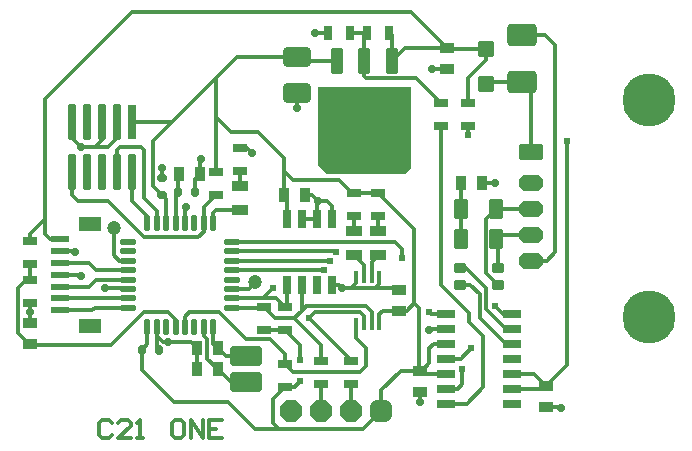
<source format=gtl>
G04 Layer_Physical_Order=1*
G04 Layer_Color=255*
%FSLAX25Y25*%
%MOIN*%
G70*
G01*
G75*
G04:AMPARAMS|DCode=10|XSize=49.21mil|YSize=27.56mil|CornerRadius=2.76mil|HoleSize=0mil|Usage=FLASHONLY|Rotation=180.000|XOffset=0mil|YOffset=0mil|HoleType=Round|Shape=RoundedRectangle|*
%AMROUNDEDRECTD10*
21,1,0.04921,0.02205,0,0,180.0*
21,1,0.04370,0.02756,0,0,180.0*
1,1,0.00551,-0.02185,0.01102*
1,1,0.00551,0.02185,0.01102*
1,1,0.00551,0.02185,-0.01102*
1,1,0.00551,-0.02185,-0.01102*
%
%ADD10ROUNDEDRECTD10*%
G04:AMPARAMS|DCode=11|XSize=55.12mil|YSize=51.18mil|CornerRadius=5.12mil|HoleSize=0mil|Usage=FLASHONLY|Rotation=0.000|XOffset=0mil|YOffset=0mil|HoleType=Round|Shape=RoundedRectangle|*
%AMROUNDEDRECTD11*
21,1,0.05512,0.04095,0,0,0.0*
21,1,0.04488,0.05118,0,0,0.0*
1,1,0.01024,0.02244,-0.02047*
1,1,0.01024,-0.02244,-0.02047*
1,1,0.01024,-0.02244,0.02047*
1,1,0.01024,0.02244,0.02047*
%
%ADD11ROUNDEDRECTD11*%
G04:AMPARAMS|DCode=12|XSize=49.21mil|YSize=31.5mil|CornerRadius=3.15mil|HoleSize=0mil|Usage=FLASHONLY|Rotation=180.000|XOffset=0mil|YOffset=0mil|HoleType=Round|Shape=RoundedRectangle|*
%AMROUNDEDRECTD12*
21,1,0.04921,0.02520,0,0,180.0*
21,1,0.04291,0.03150,0,0,180.0*
1,1,0.00630,-0.02146,0.01260*
1,1,0.00630,0.02146,0.01260*
1,1,0.00630,0.02146,-0.01260*
1,1,0.00630,-0.02146,-0.01260*
%
%ADD12ROUNDEDRECTD12*%
%ADD13R,0.02756X0.11811*%
G04:AMPARAMS|DCode=14|XSize=27.56mil|YSize=118.11mil|CornerRadius=4.13mil|HoleSize=0mil|Usage=FLASHONLY|Rotation=180.000|XOffset=0mil|YOffset=0mil|HoleType=Round|Shape=RoundedRectangle|*
%AMROUNDEDRECTD14*
21,1,0.02756,0.10984,0,0,180.0*
21,1,0.01929,0.11811,0,0,180.0*
1,1,0.00827,-0.00965,0.05492*
1,1,0.00827,0.00965,0.05492*
1,1,0.00827,0.00965,-0.05492*
1,1,0.00827,-0.00965,-0.05492*
%
%ADD14ROUNDEDRECTD14*%
G04:AMPARAMS|DCode=15|XSize=37.4mil|YSize=86.61mil|CornerRadius=3.74mil|HoleSize=0mil|Usage=FLASHONLY|Rotation=0.000|XOffset=0mil|YOffset=0mil|HoleType=Round|Shape=RoundedRectangle|*
%AMROUNDEDRECTD15*
21,1,0.03740,0.07913,0,0,0.0*
21,1,0.02992,0.08661,0,0,0.0*
1,1,0.00748,0.01496,-0.03957*
1,1,0.00748,-0.01496,-0.03957*
1,1,0.00748,-0.01496,0.03957*
1,1,0.00748,0.01496,0.03957*
%
%ADD15ROUNDEDRECTD15*%
G04:AMPARAMS|DCode=16|XSize=129.92mil|YSize=94.49mil|CornerRadius=9.45mil|HoleSize=0mil|Usage=FLASHONLY|Rotation=0.000|XOffset=0mil|YOffset=0mil|HoleType=Round|Shape=RoundedRectangle|*
%AMROUNDEDRECTD16*
21,1,0.12992,0.07559,0,0,0.0*
21,1,0.11102,0.09449,0,0,0.0*
1,1,0.01890,0.05551,-0.03780*
1,1,0.01890,-0.05551,-0.03780*
1,1,0.01890,-0.05551,0.03780*
1,1,0.01890,0.05551,0.03780*
%
%ADD16ROUNDEDRECTD16*%
G04:AMPARAMS|DCode=17|XSize=90.55mil|YSize=64.96mil|CornerRadius=9.74mil|HoleSize=0mil|Usage=FLASHONLY|Rotation=0.000|XOffset=0mil|YOffset=0mil|HoleType=Round|Shape=RoundedRectangle|*
%AMROUNDEDRECTD17*
21,1,0.09055,0.04547,0,0,0.0*
21,1,0.07106,0.06496,0,0,0.0*
1,1,0.01949,0.03553,-0.02274*
1,1,0.01949,-0.03553,-0.02274*
1,1,0.01949,-0.03553,0.02274*
1,1,0.01949,0.03553,0.02274*
%
%ADD17ROUNDEDRECTD17*%
G04:AMPARAMS|DCode=18|XSize=49.21mil|YSize=27.56mil|CornerRadius=2.76mil|HoleSize=0mil|Usage=FLASHONLY|Rotation=90.000|XOffset=0mil|YOffset=0mil|HoleType=Round|Shape=RoundedRectangle|*
%AMROUNDEDRECTD18*
21,1,0.04921,0.02205,0,0,90.0*
21,1,0.04370,0.02756,0,0,90.0*
1,1,0.00551,0.01102,0.02185*
1,1,0.00551,0.01102,-0.02185*
1,1,0.00551,-0.01102,-0.02185*
1,1,0.00551,-0.01102,0.02185*
%
%ADD18ROUNDEDRECTD18*%
G04:AMPARAMS|DCode=19|XSize=74.8mil|YSize=98.42mil|CornerRadius=11.22mil|HoleSize=0mil|Usage=FLASHONLY|Rotation=270.000|XOffset=0mil|YOffset=0mil|HoleType=Round|Shape=RoundedRectangle|*
%AMROUNDEDRECTD19*
21,1,0.07480,0.07598,0,0,270.0*
21,1,0.05236,0.09842,0,0,270.0*
1,1,0.02244,-0.03799,-0.02618*
1,1,0.02244,-0.03799,0.02618*
1,1,0.02244,0.03799,0.02618*
1,1,0.02244,0.03799,-0.02618*
%
%ADD19ROUNDEDRECTD19*%
G04:AMPARAMS|DCode=20|XSize=19.68mil|YSize=51.18mil|CornerRadius=4.92mil|HoleSize=0mil|Usage=FLASHONLY|Rotation=0.000|XOffset=0mil|YOffset=0mil|HoleType=Round|Shape=RoundedRectangle|*
%AMROUNDEDRECTD20*
21,1,0.01968,0.04134,0,0,0.0*
21,1,0.00984,0.05118,0,0,0.0*
1,1,0.00984,0.00492,-0.02067*
1,1,0.00984,-0.00492,-0.02067*
1,1,0.00984,-0.00492,0.02067*
1,1,0.00984,0.00492,0.02067*
%
%ADD20ROUNDEDRECTD20*%
G04:AMPARAMS|DCode=21|XSize=19.68mil|YSize=51.18mil|CornerRadius=4.92mil|HoleSize=0mil|Usage=FLASHONLY|Rotation=90.000|XOffset=0mil|YOffset=0mil|HoleType=Round|Shape=RoundedRectangle|*
%AMROUNDEDRECTD21*
21,1,0.01968,0.04134,0,0,90.0*
21,1,0.00984,0.05118,0,0,90.0*
1,1,0.00984,0.02067,0.00492*
1,1,0.00984,0.02067,-0.00492*
1,1,0.00984,-0.02067,-0.00492*
1,1,0.00984,-0.02067,0.00492*
%
%ADD21ROUNDEDRECTD21*%
G04:AMPARAMS|DCode=22|XSize=49.21mil|YSize=31.5mil|CornerRadius=3.15mil|HoleSize=0mil|Usage=FLASHONLY|Rotation=270.000|XOffset=0mil|YOffset=0mil|HoleType=Round|Shape=RoundedRectangle|*
%AMROUNDEDRECTD22*
21,1,0.04921,0.02520,0,0,270.0*
21,1,0.04291,0.03150,0,0,270.0*
1,1,0.00630,-0.01260,-0.02146*
1,1,0.00630,-0.01260,0.02146*
1,1,0.00630,0.01260,0.02146*
1,1,0.00630,0.01260,-0.02146*
%
%ADD22ROUNDEDRECTD22*%
G04:AMPARAMS|DCode=23|XSize=106.3mil|YSize=66.93mil|CornerRadius=6.69mil|HoleSize=0mil|Usage=FLASHONLY|Rotation=0.000|XOffset=0mil|YOffset=0mil|HoleType=Round|Shape=RoundedRectangle|*
%AMROUNDEDRECTD23*
21,1,0.10630,0.05354,0,0,0.0*
21,1,0.09291,0.06693,0,0,0.0*
1,1,0.01339,0.04646,-0.02677*
1,1,0.01339,-0.04646,-0.02677*
1,1,0.01339,-0.04646,0.02677*
1,1,0.01339,0.04646,0.02677*
%
%ADD23ROUNDEDRECTD23*%
G04:AMPARAMS|DCode=24|XSize=31.5mil|YSize=25.59mil|CornerRadius=6.4mil|HoleSize=0mil|Usage=FLASHONLY|Rotation=0.000|XOffset=0mil|YOffset=0mil|HoleType=Round|Shape=RoundedRectangle|*
%AMROUNDEDRECTD24*
21,1,0.03150,0.01279,0,0,0.0*
21,1,0.01870,0.02559,0,0,0.0*
1,1,0.01279,0.00935,-0.00640*
1,1,0.01279,-0.00935,-0.00640*
1,1,0.01279,-0.00935,0.00640*
1,1,0.01279,0.00935,0.00640*
%
%ADD24ROUNDEDRECTD24*%
G04:AMPARAMS|DCode=25|XSize=23.62mil|YSize=62.99mil|CornerRadius=2.36mil|HoleSize=0mil|Usage=FLASHONLY|Rotation=180.000|XOffset=0mil|YOffset=0mil|HoleType=Round|Shape=RoundedRectangle|*
%AMROUNDEDRECTD25*
21,1,0.02362,0.05827,0,0,180.0*
21,1,0.01890,0.06299,0,0,180.0*
1,1,0.00472,-0.00945,0.02913*
1,1,0.00472,0.00945,0.02913*
1,1,0.00472,0.00945,-0.02913*
1,1,0.00472,-0.00945,-0.02913*
%
%ADD25ROUNDEDRECTD25*%
G04:AMPARAMS|DCode=26|XSize=31.5mil|YSize=25.59mil|CornerRadius=6.4mil|HoleSize=0mil|Usage=FLASHONLY|Rotation=270.000|XOffset=0mil|YOffset=0mil|HoleType=Round|Shape=RoundedRectangle|*
%AMROUNDEDRECTD26*
21,1,0.03150,0.01279,0,0,270.0*
21,1,0.01870,0.02559,0,0,270.0*
1,1,0.01279,-0.00640,-0.00935*
1,1,0.01279,-0.00640,0.00935*
1,1,0.01279,0.00640,0.00935*
1,1,0.01279,0.00640,-0.00935*
%
%ADD26ROUNDEDRECTD26*%
G04:AMPARAMS|DCode=27|XSize=55.12mil|YSize=31.5mil|CornerRadius=3.15mil|HoleSize=0mil|Usage=FLASHONLY|Rotation=0.000|XOffset=0mil|YOffset=0mil|HoleType=Round|Shape=RoundedRectangle|*
%AMROUNDEDRECTD27*
21,1,0.05512,0.02520,0,0,0.0*
21,1,0.04882,0.03150,0,0,0.0*
1,1,0.00630,0.02441,-0.01260*
1,1,0.00630,-0.02441,-0.01260*
1,1,0.00630,-0.02441,0.01260*
1,1,0.00630,0.02441,0.01260*
%
%ADD27ROUNDEDRECTD27*%
%ADD28R,0.06299X0.01968*%
%ADD29R,0.07480X0.05118*%
G04:AMPARAMS|DCode=30|XSize=15.75mil|YSize=39.37mil|CornerRadius=2.36mil|HoleSize=0mil|Usage=FLASHONLY|Rotation=0.000|XOffset=0mil|YOffset=0mil|HoleType=Round|Shape=RoundedRectangle|*
%AMROUNDEDRECTD30*
21,1,0.01575,0.03465,0,0,0.0*
21,1,0.01102,0.03937,0,0,0.0*
1,1,0.00472,0.00551,-0.01732*
1,1,0.00472,-0.00551,-0.01732*
1,1,0.00472,-0.00551,0.01732*
1,1,0.00472,0.00551,0.01732*
%
%ADD30ROUNDEDRECTD30*%
G04:AMPARAMS|DCode=31|XSize=23.62mil|YSize=62.99mil|CornerRadius=2.36mil|HoleSize=0mil|Usage=FLASHONLY|Rotation=90.000|XOffset=0mil|YOffset=0mil|HoleType=Round|Shape=RoundedRectangle|*
%AMROUNDEDRECTD31*
21,1,0.02362,0.05827,0,0,90.0*
21,1,0.01890,0.06299,0,0,90.0*
1,1,0.00472,0.02913,0.00945*
1,1,0.00472,0.02913,-0.00945*
1,1,0.00472,-0.02913,-0.00945*
1,1,0.00472,-0.02913,0.00945*
%
%ADD31ROUNDEDRECTD31*%
G04:AMPARAMS|DCode=32|XSize=43.31mil|YSize=31.5mil|CornerRadius=4.72mil|HoleSize=0mil|Usage=FLASHONLY|Rotation=180.000|XOffset=0mil|YOffset=0mil|HoleType=Round|Shape=RoundedRectangle|*
%AMROUNDEDRECTD32*
21,1,0.04331,0.02205,0,0,180.0*
21,1,0.03386,0.03150,0,0,180.0*
1,1,0.00945,-0.01693,0.01102*
1,1,0.00945,0.01693,0.01102*
1,1,0.00945,0.01693,-0.01102*
1,1,0.00945,-0.01693,-0.01102*
%
%ADD32ROUNDEDRECTD32*%
G04:AMPARAMS|DCode=33|XSize=66.93mil|YSize=47.24mil|CornerRadius=4.72mil|HoleSize=0mil|Usage=FLASHONLY|Rotation=90.000|XOffset=0mil|YOffset=0mil|HoleType=Round|Shape=RoundedRectangle|*
%AMROUNDEDRECTD33*
21,1,0.06693,0.03780,0,0,90.0*
21,1,0.05748,0.04724,0,0,90.0*
1,1,0.00945,0.01890,0.02874*
1,1,0.00945,0.01890,-0.02874*
1,1,0.00945,-0.01890,-0.02874*
1,1,0.00945,-0.01890,0.02874*
%
%ADD33ROUNDEDRECTD33*%
%ADD34C,0.01181*%
%ADD35C,0.04724*%
G04:AMPARAMS|DCode=36|XSize=55.12mil|YSize=78.74mil|CornerRadius=0mil|HoleSize=0mil|Usage=FLASHONLY|Rotation=90.000|XOffset=0mil|YOffset=0mil|HoleType=Round|Shape=Octagon|*
%AMOCTAGOND36*
4,1,8,-0.03937,-0.01378,-0.03937,0.01378,-0.02559,0.02756,0.02559,0.02756,0.03937,0.01378,0.03937,-0.01378,0.02559,-0.02756,-0.02559,-0.02756,-0.03937,-0.01378,0.0*
%
%ADD36OCTAGOND36*%

%ADD37C,0.17716*%
G04:AMPARAMS|DCode=38|XSize=55.12mil|YSize=78.74mil|CornerRadius=5.51mil|HoleSize=0mil|Usage=FLASHONLY|Rotation=90.000|XOffset=0mil|YOffset=0mil|HoleType=Round|Shape=RoundedRectangle|*
%AMROUNDEDRECTD38*
21,1,0.05512,0.06772,0,0,90.0*
21,1,0.04409,0.07874,0,0,90.0*
1,1,0.01102,0.03386,0.02205*
1,1,0.01102,0.03386,-0.02205*
1,1,0.01102,-0.03386,-0.02205*
1,1,0.01102,-0.03386,0.02205*
%
%ADD38ROUNDEDRECTD38*%
%ADD39P,0.07671X8X202.5*%
G04:AMPARAMS|DCode=40|XSize=70.87mil|YSize=70.87mil|CornerRadius=17.72mil|HoleSize=0mil|Usage=FLASHONLY|Rotation=180.000|XOffset=0mil|YOffset=0mil|HoleType=Round|Shape=RoundedRectangle|*
%AMROUNDEDRECTD40*
21,1,0.07087,0.03543,0,0,180.0*
21,1,0.03543,0.07087,0,0,180.0*
1,1,0.03543,-0.01772,0.01772*
1,1,0.03543,0.01772,0.01772*
1,1,0.03543,0.01772,-0.01772*
1,1,0.03543,-0.01772,-0.01772*
%
%ADD40ROUNDEDRECTD40*%
%ADD41C,0.02400*%
%ADD42C,0.02756*%
G36*
X140000Y95000D02*
X138000Y93000D01*
X112000D01*
X109000Y96000D01*
Y122000D01*
X140000D01*
Y95000D01*
D02*
G37*
D10*
X75000Y86323D02*
D03*
Y93803D02*
D03*
X150000Y109323D02*
D03*
Y116803D02*
D03*
X13000Y63323D02*
D03*
Y70803D02*
D03*
Y50323D02*
D03*
Y57803D02*
D03*
X91000Y48740D02*
D03*
Y41260D02*
D03*
X98000Y48740D02*
D03*
Y41260D02*
D03*
X120000Y23260D02*
D03*
Y30740D02*
D03*
X110000Y23260D02*
D03*
Y30740D02*
D03*
X83000Y101803D02*
D03*
Y94323D02*
D03*
X129000Y79323D02*
D03*
Y86803D02*
D03*
X121000Y79323D02*
D03*
Y86803D02*
D03*
X98000Y29740D02*
D03*
Y22260D02*
D03*
X159000Y116803D02*
D03*
Y109323D02*
D03*
D11*
X165000Y123158D02*
D03*
Y134968D02*
D03*
D12*
X151870Y128020D02*
D03*
Y135106D02*
D03*
X13000Y43606D02*
D03*
Y36520D02*
D03*
X136000Y54606D02*
D03*
Y47520D02*
D03*
X143000Y20457D02*
D03*
Y27543D02*
D03*
X185000Y15520D02*
D03*
Y22606D02*
D03*
D13*
X46960Y110331D02*
D03*
D14*
Y93795D02*
D03*
X41960Y110331D02*
D03*
Y93795D02*
D03*
X36960Y110331D02*
D03*
X31960D02*
D03*
X26960D02*
D03*
X36960Y93795D02*
D03*
X31960D02*
D03*
X26960D02*
D03*
D15*
X133425Y130768D02*
D03*
X124370D02*
D03*
X115315D02*
D03*
D16*
X124370Y106358D02*
D03*
D17*
X101870Y120059D02*
D03*
Y132067D02*
D03*
D18*
X125260Y140063D02*
D03*
X132740D02*
D03*
X112260D02*
D03*
X119740D02*
D03*
D19*
X176870Y139437D02*
D03*
Y123689D02*
D03*
D20*
X51976Y76886D02*
D03*
X55126D02*
D03*
X58276D02*
D03*
X61425D02*
D03*
X64575D02*
D03*
X67724D02*
D03*
X70874D02*
D03*
X74024D02*
D03*
Y42240D02*
D03*
X70874D02*
D03*
X67724D02*
D03*
X64575D02*
D03*
X61425D02*
D03*
X58276D02*
D03*
X55126D02*
D03*
X51976D02*
D03*
D21*
X80323Y70587D02*
D03*
Y67437D02*
D03*
Y64287D02*
D03*
Y61138D02*
D03*
Y57988D02*
D03*
Y54839D02*
D03*
Y51689D02*
D03*
Y48539D02*
D03*
X45677D02*
D03*
Y51689D02*
D03*
Y54839D02*
D03*
Y57988D02*
D03*
Y61138D02*
D03*
Y64287D02*
D03*
Y67437D02*
D03*
Y70587D02*
D03*
D22*
X75543Y28000D02*
D03*
X68457D02*
D03*
X75543Y35000D02*
D03*
X68457D02*
D03*
X104543Y86063D02*
D03*
X97457D02*
D03*
X69543Y93063D02*
D03*
X62457D02*
D03*
X163543Y90000D02*
D03*
X156457D02*
D03*
D23*
X85000Y23669D02*
D03*
Y32331D02*
D03*
D24*
X57000Y86209D02*
D03*
Y91917D02*
D03*
D25*
X98500Y56039D02*
D03*
X103500D02*
D03*
X108500D02*
D03*
X113500D02*
D03*
X98500Y78087D02*
D03*
X103500D02*
D03*
X108500D02*
D03*
X113500D02*
D03*
D26*
X50146Y34563D02*
D03*
X55854D02*
D03*
X62146Y87063D02*
D03*
X67854D02*
D03*
D27*
X83000Y81126D02*
D03*
Y89000D02*
D03*
X129000Y74000D02*
D03*
Y66126D02*
D03*
X121000Y74000D02*
D03*
Y66126D02*
D03*
D28*
X22882Y55626D02*
D03*
Y63500D02*
D03*
Y71374D02*
D03*
Y67437D02*
D03*
Y59563D02*
D03*
Y51689D02*
D03*
Y47752D02*
D03*
D29*
X32970Y42634D02*
D03*
Y76492D02*
D03*
D30*
X121661Y43189D02*
D03*
X124221D02*
D03*
X126779D02*
D03*
X129339D02*
D03*
X121661Y58937D02*
D03*
X124221D02*
D03*
X126779D02*
D03*
X129339D02*
D03*
D31*
X173524Y16563D02*
D03*
Y21563D02*
D03*
Y26563D02*
D03*
Y31563D02*
D03*
Y36563D02*
D03*
Y41563D02*
D03*
Y46563D02*
D03*
X151476Y16563D02*
D03*
Y21563D02*
D03*
Y26563D02*
D03*
Y31563D02*
D03*
Y36563D02*
D03*
Y41563D02*
D03*
Y46563D02*
D03*
D32*
X168799Y56307D02*
D03*
X156201D02*
D03*
Y61819D02*
D03*
X168799D02*
D03*
D33*
X156595Y71563D02*
D03*
X168405D02*
D03*
X156595Y81563D02*
D03*
X168405D02*
D03*
D34*
X79000Y17000D02*
X88000Y8000D01*
X61000Y17000D02*
X79000D01*
X50146Y27854D02*
X61000Y17000D01*
X88000Y8000D02*
X96000D01*
X50146Y27854D02*
Y34563D01*
X85839Y54839D02*
X88000Y57000D01*
X80323Y54839D02*
X85839D01*
X41000Y66000D02*
Y75000D01*
Y66000D02*
X42713Y64287D01*
X45677D01*
X91000Y41260D02*
X98000D01*
X103000Y36260D01*
Y31000D02*
Y36260D01*
X94740Y45000D02*
X101000D01*
X101260Y22260D02*
X103000Y24000D01*
X98000Y22260D02*
X101260D01*
X96000Y8000D02*
X124000D01*
X94000Y10000D02*
X96000Y8000D01*
X94000Y10000D02*
Y18260D01*
X98000Y22260D01*
Y29740D02*
Y33000D01*
X93000Y38000D02*
X98000Y33000D01*
X85000Y38000D02*
X93000D01*
X98000Y29740D02*
X100740Y27000D01*
X85197Y101803D02*
X87000Y100000D01*
X83000Y101803D02*
X85197D01*
X176870Y139437D02*
X184563D01*
X188000Y136000D01*
Y67000D02*
Y136000D01*
X185240Y64240D02*
X188000Y67000D01*
X180000Y64240D02*
X185240D01*
X101870Y115130D02*
X102000Y115000D01*
X101870Y115130D02*
Y120059D01*
X68457Y28000D02*
Y35000D01*
X59000Y37000D02*
X66457D01*
X68457Y35000D01*
X55126Y39000D02*
Y42240D01*
Y35291D02*
Y39000D01*
X57126Y37000D01*
X59000D01*
X55126Y35291D02*
X55854Y34563D01*
X121661Y38339D02*
X125000Y35000D01*
X121661Y38339D02*
Y43189D01*
X125000Y29000D02*
Y35000D01*
X123000Y27000D02*
X125000Y29000D01*
X100740Y27000D02*
X123000D01*
X106000Y45000D02*
X108000Y47000D01*
X123000D01*
X124221Y45779D01*
Y43189D02*
Y45779D01*
X91000Y51689D02*
X95051D01*
X80323D02*
X91000D01*
Y52000D01*
X94000Y55000D01*
X106000Y45000D02*
X120000Y31000D01*
Y30740D02*
Y31000D01*
X101000Y45000D02*
X110000Y36000D01*
Y30740D02*
Y36000D01*
X103500Y47500D02*
X105000Y49000D01*
X125000D01*
X126779Y47221D01*
Y43189D02*
Y47221D01*
X91000Y48740D02*
X94740Y45000D01*
X101000D02*
X103500Y47500D01*
X98000Y48740D02*
X98500Y49240D01*
Y56039D01*
X95051Y51689D02*
X98000Y48740D01*
X90799Y48539D02*
X91000Y48740D01*
X80323Y48539D02*
X90799D01*
X75543Y28000D02*
X79874Y23669D01*
X85000D01*
X75543Y35000D02*
X78213Y32331D01*
X85000D01*
X76000Y47000D02*
X85000Y38000D01*
X66000Y47000D02*
X76000D01*
X64575Y45575D02*
X66000Y47000D01*
X64575Y42240D02*
Y45575D01*
X18000Y78000D02*
Y118063D01*
Y73063D02*
Y78000D01*
X13000Y73000D02*
X18000Y78000D01*
X13000Y70803D02*
Y73000D01*
X50146Y34563D02*
X51976Y36394D01*
Y42240D01*
X124000Y8000D02*
X130000Y14000D01*
Y21000D02*
X136606Y27606D01*
X72000Y31543D02*
X75543Y28000D01*
X72000Y31543D02*
Y38000D01*
X70874Y39126D02*
X72000Y38000D01*
X70874Y39126D02*
Y42240D01*
X74024Y36520D02*
X75543Y35000D01*
X74024Y36520D02*
Y42240D01*
X110000Y14000D02*
Y23260D01*
X120000Y14000D02*
Y23260D01*
X143000Y17000D02*
Y20457D01*
X159166Y43834D02*
X164000Y39000D01*
Y22000D02*
Y39000D01*
X158563Y16563D02*
X164000Y22000D01*
X159166Y43834D02*
Y46834D01*
X171437Y36563D02*
X173524D01*
X163000Y45000D02*
X171437Y36563D01*
X163000Y45000D02*
Y53000D01*
X171437Y41563D02*
X173524D01*
X165000Y48000D02*
X171437Y41563D01*
X165000Y48000D02*
Y55000D01*
X150000Y56000D02*
X159166Y46834D01*
X150000Y56000D02*
Y109323D01*
X156457Y90000D02*
X156595Y89862D01*
Y81563D02*
Y89862D01*
X163543Y90000D02*
X168000D01*
X125000Y125063D02*
X141740D01*
X150000Y116803D01*
X151476Y16563D02*
X158563D01*
X146000Y41000D02*
X146563Y41563D01*
X151476D01*
X156563Y31563D02*
X160000Y35000D01*
X151476Y31563D02*
X156563D01*
X157000Y23000D02*
Y28000D01*
X155563Y21563D02*
X157000Y23000D01*
X151476Y21563D02*
X155563D01*
X168000Y49000D02*
X170437Y46563D01*
X173524D01*
X146437D02*
X151476D01*
X146000Y47000D02*
X146437Y46563D01*
X110862Y61138D02*
X111000Y61000D01*
X80323Y61138D02*
X110862D01*
X112713Y64287D02*
X113000Y64000D01*
X80323Y64287D02*
X112713D01*
X114563Y67437D02*
X115000Y67000D01*
X80323Y67437D02*
X114563D01*
X137000Y65000D02*
Y68000D01*
X134413Y70587D02*
X137000Y68000D01*
X80323Y70587D02*
X134413D01*
X136606Y27606D02*
X142500D01*
X130000Y14000D02*
Y21000D01*
X142500Y27606D02*
X143606D01*
X146000Y30000D01*
Y35000D01*
X147563Y36563D01*
X151476D01*
X142500Y27606D02*
X143543Y26563D01*
X151476D01*
X141000Y50000D02*
X142500Y48500D01*
Y27606D02*
Y48500D01*
X129339Y43189D02*
Y46339D01*
X130520Y47520D01*
X136000D01*
X129000Y86803D02*
X141000Y74803D01*
Y50000D02*
Y74803D01*
X138520Y47520D02*
X141000Y50000D01*
X136000Y47520D02*
X138520D01*
X128000Y55000D02*
X135606D01*
X136000Y54606D01*
X120000Y55000D02*
X128000D01*
X129339Y56339D01*
Y58937D01*
X117000Y55000D02*
X120000D01*
X121661Y56661D01*
Y58937D01*
X115961Y56039D02*
X117000Y55000D01*
X113500Y56039D02*
X115961D01*
X103500Y78087D02*
X108500D01*
X109000Y84000D02*
X112000D01*
X113500Y82500D01*
Y78087D02*
Y82500D01*
X108500Y83500D02*
X109000Y84000D01*
X108500Y78087D02*
Y83500D01*
X106937Y86063D02*
X109000Y84000D01*
X104543Y86063D02*
X106937D01*
X97457Y94000D02*
Y98543D01*
Y86063D02*
Y94000D01*
X100457Y91000D01*
X116000D01*
X120197Y86803D01*
X121000D01*
X129000D01*
X97457Y86063D02*
X98500Y85020D01*
Y78087D02*
Y85020D01*
X75000Y112000D02*
Y125063D01*
Y93803D02*
Y112000D01*
X80000Y107000D01*
X89000D01*
X97457Y98543D01*
X121000Y74000D02*
Y79323D01*
X129000Y74000D02*
Y79323D01*
X121000Y66126D02*
X124221Y62906D01*
Y58937D02*
Y62906D01*
X126779Y63906D02*
X129000Y66126D01*
X126779Y58937D02*
Y63906D01*
X189480Y15520D02*
X190000Y15000D01*
X185000Y15520D02*
X189480D01*
X181043Y26563D02*
X185000Y22606D01*
X173524Y26563D02*
X181043D01*
X159000Y106000D02*
Y109323D01*
X192000Y29606D02*
Y104000D01*
X185000Y22606D02*
X192000Y29606D01*
X183957Y21563D02*
X185000Y22606D01*
X173524Y21563D02*
X183957D01*
X156201Y56307D02*
X159693D01*
X163000Y53000D01*
X156201Y61819D02*
X158181D01*
X165000Y55000D01*
X156595Y71563D02*
Y81563D01*
X164853Y60254D02*
X168799Y56307D01*
X164853Y60254D02*
Y78010D01*
X168405Y81563D01*
Y71563D02*
X168799Y71169D01*
Y61819D02*
Y71169D01*
X168405Y71563D02*
X169744Y72902D01*
X180000D01*
X168405Y81563D02*
X180000D01*
X18000Y118063D02*
X47000Y147063D01*
X151827Y128063D02*
X151870Y128020D01*
X147000Y128063D02*
X151827D01*
X165000Y131063D02*
Y134968D01*
X159000Y125063D02*
X165000Y131063D01*
X159000Y116803D02*
Y125063D01*
X151870Y135106D02*
X152008Y134968D01*
X165000D01*
Y123689D02*
X176870D01*
X180000Y120559D01*
Y100461D02*
Y120559D01*
X124370Y125693D02*
X125000Y125063D01*
X124370Y125693D02*
Y130768D01*
X108000Y140063D02*
X112260D01*
X119740D02*
X125260D01*
X124370Y139173D02*
X125260Y140063D01*
X124370Y130768D02*
Y139173D01*
X132740Y140063D02*
X133425Y139378D01*
Y130768D02*
Y139378D01*
X137764Y135106D02*
X151870D01*
X133425Y130768D02*
X137764Y135106D01*
X47000Y147063D02*
X139913D01*
X151870Y135106D01*
X18000Y73063D02*
X19689Y71374D01*
X22882D01*
X13000Y43606D02*
Y47063D01*
X9000Y40063D02*
X13000Y36063D01*
X40000D01*
X51000Y47063D01*
X13000D02*
Y50323D01*
X51000Y47063D02*
X59000D01*
X61425Y44638D01*
Y42240D02*
Y44638D01*
X9000Y40063D02*
Y55063D01*
X11740Y57803D01*
X13000D01*
Y63323D01*
X27626Y67437D02*
X28000Y67063D01*
X22882Y67437D02*
X27626D01*
X34500Y102063D02*
X39000D01*
X30000D02*
X34500D01*
X36960Y104523D01*
Y110331D01*
X39000Y102063D02*
X41960Y105023D01*
Y110331D01*
X26960Y105103D02*
X30000Y102063D01*
X26960Y105103D02*
Y110331D01*
X64575Y81638D02*
X65000Y82063D01*
X64575Y76886D02*
Y81638D01*
X70874Y82197D02*
X75000Y86323D01*
X70874Y76886D02*
Y82197D01*
X75000Y125063D02*
X82004Y132067D01*
X60000Y110063D02*
X75000Y125063D01*
X54000Y104063D02*
X60000Y110063D01*
X59732Y110331D02*
X60000Y110063D01*
X46960Y110331D02*
X59732D01*
X101870Y132067D02*
X103169Y130768D01*
X115315D01*
X82004Y132067D02*
X101870D01*
X54000Y89063D02*
Y104063D01*
Y89063D02*
X56854Y86209D01*
X57000D01*
X58276Y84933D01*
Y76886D02*
Y84933D01*
X69543Y97606D02*
X70000Y98063D01*
X69543Y93063D02*
Y97606D01*
X67854Y91374D02*
X69543Y93063D01*
X67854Y87063D02*
Y91374D01*
X57000Y91917D02*
Y95063D01*
X62146Y92752D02*
X62457Y93063D01*
X62146Y87063D02*
Y92752D01*
X61425Y86343D02*
X62146Y87063D01*
X61425Y76886D02*
Y86343D01*
X83000Y89000D02*
Y94323D01*
X75063Y81126D02*
X83000D01*
X74024Y80087D02*
X75063Y81126D01*
X74024Y76886D02*
Y80087D01*
X103500Y47500D02*
Y56039D01*
X29500Y59563D02*
X30000Y59063D01*
X22882Y59563D02*
X29500D01*
X38000Y55063D02*
X45453D01*
X45677Y54839D01*
X35000Y61063D02*
X35075Y61138D01*
X45677D01*
X32563Y63500D02*
X35000Y61063D01*
X22882Y63500D02*
X32563D01*
X22882Y47752D02*
X33689D01*
X34476Y48539D01*
X45677D01*
X22882Y51689D02*
X22882Y51689D01*
X45677D01*
X22882Y55626D02*
X32563D01*
X34925Y57988D01*
X45677D01*
X26960Y86103D02*
X29000Y84063D01*
X26960Y86103D02*
Y93795D01*
X29000Y84063D02*
X39000D01*
X51000Y72063D01*
X69000D01*
X70874Y73937D01*
Y76886D01*
X41960Y93795D02*
Y101023D01*
X43000Y102063D01*
X50000D01*
X51000Y101063D01*
Y85063D02*
Y101063D01*
Y85063D02*
X55126Y80937D01*
Y76886D02*
Y80937D01*
X46960Y84103D02*
Y93795D01*
Y84103D02*
X51976Y79087D01*
Y76886D02*
Y79087D01*
X40198Y10248D02*
X39149Y11297D01*
X37049D01*
X36000Y10248D01*
Y6050D01*
X37049Y5000D01*
X39149D01*
X40198Y6050D01*
X46495Y5000D02*
X42297D01*
X46495Y9198D01*
Y10248D01*
X45446Y11297D01*
X43347D01*
X42297Y10248D01*
X48594Y5000D02*
X50693D01*
X49644D01*
Y11297D01*
X48594Y10248D01*
X63288Y11297D02*
X61189D01*
X60139Y10248D01*
Y6050D01*
X61189Y5000D01*
X63288D01*
X64337Y6050D01*
Y10248D01*
X63288Y11297D01*
X66436Y5000D02*
Y11297D01*
X70634Y5000D01*
Y11297D01*
X76932D02*
X72733D01*
Y5000D01*
X76932D01*
X72733Y8149D02*
X74833D01*
D35*
X41000Y75000D02*
D03*
X88000Y57000D02*
D03*
D36*
X180000Y64240D02*
D03*
Y72902D02*
D03*
Y81563D02*
D03*
Y90224D02*
D03*
D37*
X219370Y45342D02*
D03*
Y117783D02*
D03*
D38*
X180000Y100461D02*
D03*
D39*
X100000Y14000D02*
D03*
X120000D02*
D03*
X110000D02*
D03*
D40*
X130000D02*
D03*
D41*
X103000Y31000D02*
D03*
Y24000D02*
D03*
X94000Y55000D02*
D03*
X106000Y45000D02*
D03*
X157000Y28000D02*
D03*
X168000Y49000D02*
D03*
X146000Y47000D02*
D03*
X160000Y35000D02*
D03*
X137000Y65000D02*
D03*
X111000Y61000D02*
D03*
X113000Y64000D02*
D03*
X115000Y67000D02*
D03*
X159000Y106000D02*
D03*
X192000Y104000D02*
D03*
D42*
X87000Y100000D02*
D03*
X102000Y115000D02*
D03*
X127000Y99000D02*
D03*
X122000D02*
D03*
X118000D02*
D03*
X131000D02*
D03*
X134000Y102000D02*
D03*
Y106000D02*
D03*
Y110000D02*
D03*
X115000Y102000D02*
D03*
Y106000D02*
D03*
Y110000D02*
D03*
X59000Y37000D02*
D03*
X143000Y17000D02*
D03*
X168000Y90000D02*
D03*
X146000Y41000D02*
D03*
X117000Y55000D02*
D03*
X109000Y84000D02*
D03*
X190000Y15000D02*
D03*
X147000Y128063D02*
D03*
X108000Y140063D02*
D03*
X13000Y47063D02*
D03*
X28000Y67063D02*
D03*
X30000Y102063D02*
D03*
X65000Y82063D02*
D03*
X57000Y95063D02*
D03*
X70000Y98063D02*
D03*
X30000Y59063D02*
D03*
X38000Y55063D02*
D03*
M02*

</source>
